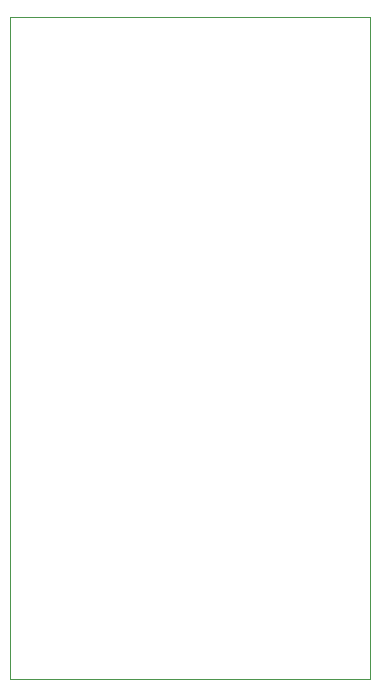
<source format=gbr>
%TF.GenerationSoftware,KiCad,Pcbnew,7.0.2*%
%TF.CreationDate,2023-08-23T23:39:57+05:30*%
%TF.ProjectId,esp32_dev_board,65737033-325f-4646-9576-5f626f617264,rev?*%
%TF.SameCoordinates,Original*%
%TF.FileFunction,Profile,NP*%
%FSLAX46Y46*%
G04 Gerber Fmt 4.6, Leading zero omitted, Abs format (unit mm)*
G04 Created by KiCad (PCBNEW 7.0.2) date 2023-08-23 23:39:57*
%MOMM*%
%LPD*%
G01*
G04 APERTURE LIST*
%TA.AperFunction,Profile*%
%ADD10C,0.100000*%
%TD*%
G04 APERTURE END LIST*
D10*
X96500000Y-67000000D02*
X127000000Y-67000000D01*
X127000000Y-123000000D01*
X96500000Y-123000000D01*
X96500000Y-67000000D01*
M02*

</source>
